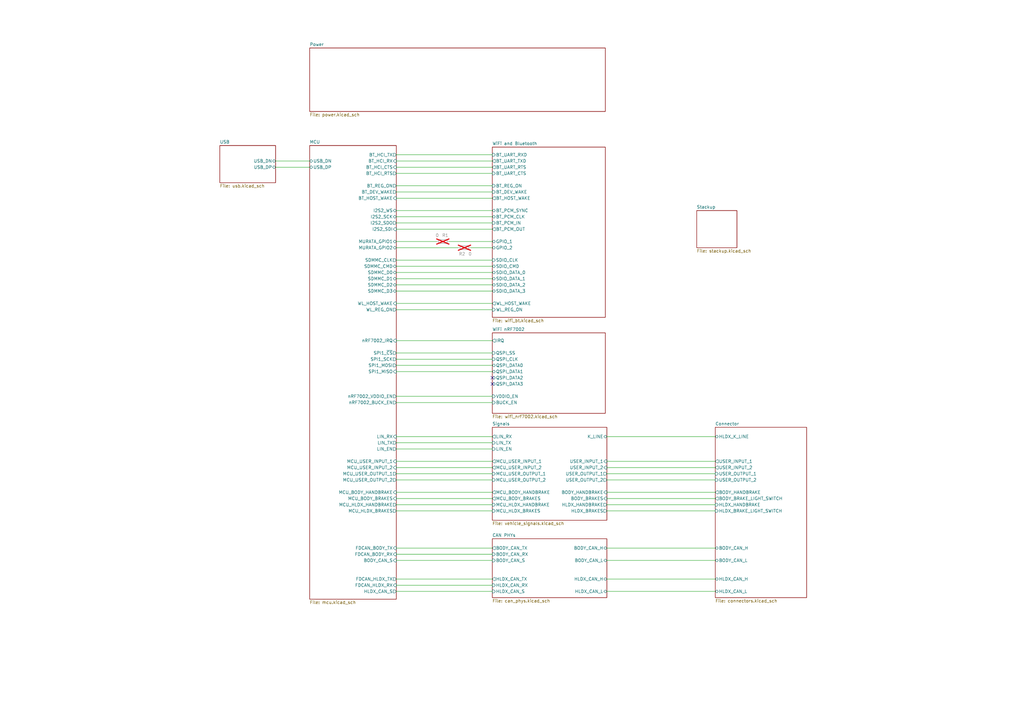
<source format=kicad_sch>
(kicad_sch (version 20231120) (generator "eeschema") (generator_version "8.0")
  (paper "A3")
  (title_block (date "2025-04-29") (rev "v0.1.0") (company "github.com/gabbla") (comment 1 "${PROJECTNAME}"))
  (lib_symbols
    (symbol "Device:R_Small" (pin_numbers hide) (pin_names (offset 0.254) hide)
      (property "Reference" "R" (at 0.762 0.508 0))
      (property "Value" "R_Small" (at 0.762 -1.016 0))
      (symbol "R_Small_0_1"
        (rectangle (start -0.762 1.778) (end 0.762 -1.778) (stroke (width 0.2032)))
      )
      (symbol "R_Small_1_1"
        (pin passive line (at 0 2.54 270) (length 0.762) (name "~") (number "1"))
        (pin passive line (at 0 -2.54 90) (length 0.762) (name "~") (number "2"))
      )
    )
  )
  (no_connect (at 201.93 154.94))
  (no_connect (at 201.93 157.48))
  (wire (pts (xy 162.56 101.6) (xy 187.96 101.6)))
  (wire (pts (xy 248.92 209.55) (xy 293.37 209.55)))
  (wire (pts (xy 248.92 201.93) (xy 293.37 201.93)))
  (wire (pts (xy 162.56 114.3) (xy 201.93 114.3)))
  (wire (pts (xy 162.56 66.04) (xy 201.93 66.04)))
  (wire (pts (xy 162.56 184.15) (xy 201.93 184.15)))
  (wire (pts (xy 162.56 139.7) (xy 201.93 139.7)))
  (wire (pts (xy 162.56 88.9) (xy 201.93 88.9)))
  (wire (pts (xy 201.93 201.93) (xy 162.56 201.93)))
  (wire (pts (xy 113.03 68.58) (xy 127 68.58)))
  (wire (pts (xy 162.56 189.23) (xy 201.93 189.23)))
  (wire (pts (xy 162.56 242.57) (xy 201.93 242.57)))
  (wire (pts (xy 162.56 71.12) (xy 201.93 71.12)))
  (wire (pts (xy 162.56 149.86) (xy 201.93 149.86)))
  (wire (pts (xy 162.56 209.55) (xy 201.93 209.55)))
  (wire (pts (xy 248.92 179.07) (xy 293.37 179.07)))
  (wire (pts (xy 162.56 81.28) (xy 201.93 81.28)))
  (wire (pts (xy 162.56 76.2) (xy 201.93 76.2)))
  (wire (pts (xy 162.56 86.36) (xy 201.93 86.36)))
  (wire (pts (xy 248.92 237.49) (xy 293.37 237.49)))
  (wire (pts (xy 162.56 229.87) (xy 201.93 229.87)))
  (wire (pts (xy 162.56 194.31) (xy 201.93 194.31)))
  (wire (pts (xy 248.92 189.23) (xy 293.37 189.23)))
  (wire (pts (xy 162.56 237.49) (xy 201.93 237.49)))
  (wire (pts (xy 248.92 191.77) (xy 293.37 191.77)))
  (wire (pts (xy 162.56 147.32) (xy 201.93 147.32)))
  (wire (pts (xy 162.56 191.77) (xy 201.93 191.77)))
  (wire (pts (xy 162.56 207.01) (xy 201.93 207.01)))
  (wire (pts (xy 162.56 99.06) (xy 179.07 99.06)))
  (wire (pts (xy 162.56 124.46) (xy 201.93 124.46)))
  (wire (pts (xy 162.56 179.07) (xy 201.93 179.07)))
  (wire (pts (xy 162.56 162.56) (xy 201.93 162.56)))
  (wire (pts (xy 162.56 204.47) (xy 201.93 204.47)))
  (wire (pts (xy 248.92 204.47) (xy 293.37 204.47)))
  (wire (pts (xy 113.03 66.04) (xy 127 66.04)))
  (wire (pts (xy 184.15 99.06) (xy 201.93 99.06)))
  (wire (pts (xy 248.92 207.01) (xy 293.37 207.01)))
  (wire (pts (xy 248.92 194.31) (xy 293.37 194.31)))
  (wire (pts (xy 162.56 165.1) (xy 201.93 165.1)))
  (wire (pts (xy 162.56 196.85) (xy 201.93 196.85)))
  (wire (pts (xy 162.56 111.76) (xy 201.93 111.76)))
  (wire (pts (xy 162.56 227.33) (xy 201.93 227.33)))
  (wire (pts (xy 162.56 127) (xy 201.93 127)))
  (wire (pts (xy 162.56 240.03) (xy 201.93 240.03)))
  (wire (pts (xy 162.56 152.4) (xy 201.93 152.4)))
  (wire (pts (xy 248.92 196.85) (xy 293.37 196.85)))
  (wire (pts (xy 162.56 224.79) (xy 201.93 224.79)))
  (wire (pts (xy 162.56 116.84) (xy 201.93 116.84)))
  (wire (pts (xy 248.92 229.87) (xy 293.37 229.87)))
  (wire (pts (xy 162.56 63.5) (xy 201.93 63.5)))
  (wire (pts (xy 162.56 91.44) (xy 201.93 91.44)))
  (wire (pts (xy 162.56 78.74) (xy 201.93 78.74)))
  (wire (pts (xy 162.56 109.22) (xy 201.93 109.22)))
  (wire (pts (xy 162.56 106.68) (xy 201.93 106.68)))
  (wire (pts (xy 248.92 224.79) (xy 293.37 224.79)))
  (wire (pts (xy 162.56 68.58) (xy 201.93 68.58)))
  (wire (pts (xy 162.56 119.38) (xy 201.93 119.38)))
  (wire (pts (xy 162.56 144.78) (xy 201.93 144.78)))
  (wire (pts (xy 193.04 101.6) (xy 201.93 101.6)))
  (wire (pts (xy 162.56 93.98) (xy 201.93 93.98)))
  (wire (pts (xy 248.92 242.57) (xy 293.37 242.57)))
  (wire (pts (xy 162.56 181.61) (xy 201.93 181.61)))
  (symbol (lib_id "Device:R_Small") (at 190.5 101.6 90) (mirror x) (unit 1) (dnp yes)
    (property "Reference" "R2" (at 189.484 104.14 90))
    (property "Value" "0" (at 192.786 104.14 90))
    (property "Footprint" "Resistor_SMD:R_0603_1608Metric_Pad0.98x0.95mm_HandSolder" (effects (hide yes)))
    (property "Description" "Resistor, small symbol" (effects (hide yes)))
  )
  (symbol (lib_id "Device:R_Small") (at 181.61 99.06 270) (mirror x) (unit 1) (dnp yes)
    (property "Reference" "R1" (at 182.626 96.52 90))
    (property "Value" "0" (at 179.324 96.52 90))
    (property "Footprint" "Resistor_SMD:R_0603_1608Metric_Pad0.98x0.95mm_HandSolder" (effects (hide yes)))
    (property "Description" "Resistor, small symbol" (effects (hide yes)))
  )
  (sheet (at 285.75 86.36) (size 16.51 15.24) (stroke (width 0.1524))
    (property "Sheetname" "Stackup" (at 285.75 85.6484 0) (effects (justify left bottom)))
    (property "Sheetfile" "stackup.kicad_sch" (at 285.75 102.1846 0) (effects (justify left top)))
  )
  (sheet (at 90.17 59.69) (size 22.86 15.24) (stroke (width 0.1524))
    (property "Sheetname" "USB" (at 90.17 58.9784 0) (effects (justify left bottom)))
    (property "Sheetfile" "usb.kicad_sch" (at 90.17 75.5146 0) (effects (justify left top)))
    (pin "USB_DN" bidirectional (at 113.03 66.04 0))
    (pin "USB_DP" bidirectional (at 113.03 68.58 0))
  )
  (sheet (at 201.93 60.325) (size 46.355 69.85) (stroke (width 0.1524))
    (property "Sheetname" "WiFi and Bluetooth" (at 201.93 59.6134 0) (effects (justify left bottom)))
    (property "Sheetfile" "wifi_bt.kicad_sch" (at 201.93 130.7596 0) (effects (justify left top)))
    (pin "GPIO_2" bidirectional (at 201.93 101.6 180))
    (pin "GPIO_1" bidirectional (at 201.93 99.06 180))
    (pin "BT_PCM_IN" input (at 201.93 91.44 180))
    (pin "BT_PCM_CLK" bidirectional (at 201.93 88.9 180))
    (pin "BT_UART_RXD" input (at 201.93 63.5 180))
    (pin "BT_UART_RTS" output (at 201.93 68.58 180))
    (pin "BT_UART_TXD" output (at 201.93 66.04 180))
    (pin "BT_PCM_SYNC" bidirectional (at 201.93 86.36 180))
    (pin "BT_PCM_OUT" output (at 201.93 93.98 180))
    (pin "BT_UART_CTS" input (at 201.93 71.12 180))
    (pin "SDIO_CLK" input (at 201.93 106.68 180))
    (pin "SDIO_CMD" bidirectional (at 201.93 109.22 180))
    (pin "SDIO_DATA_2" bidirectional (at 201.93 116.84 180))
    (pin "BT_REG_ON" input (at 201.93 76.2 180))
    (pin "WL_REG_ON" input (at 201.93 127 180))
    (pin "SDIO_DATA_1" bidirectional (at 201.93 114.3 180))
    (pin "SDIO_DATA_3" bidirectional (at 201.93 119.38 180))
    (pin "SDIO_DATA_0" bidirectional (at 201.93 111.76 180))
    (pin "WL_HOST_WAKE" output (at 201.93 124.46 180))
    (pin "BT_HOST_WAKE" output (at 201.93 81.28 180))
    (pin "BT_DEV_WAKE" input (at 201.93 78.74 180))
  )
  (sheet (at 293.37 175.26) (size 37.465 69.85) (stroke (width 0.1524))
    (property "Sheetname" "Connector" (at 293.37 174.5484 0) (effects (justify left bottom)))
    (property "Sheetfile" "connectors.kicad_sch" (at 293.37 245.6946 0) (effects (justify left top)))
    (pin "HLDX_K_LINE" bidirectional (at 293.37 179.07 180))
    (pin "HLDX_HANDBRAKE" input (at 293.37 207.01 180))
    (pin "HLDX_BRAKE_LIGHT_SWITCH" input (at 293.37 209.55 180))
    (pin "HLDX_CAN_L" bidirectional (at 293.37 242.57 180))
    (pin "HLDX_CAN_H" bidirectional (at 293.37 237.49 180))
    (pin "BODY_HANDBRAKE" output (at 293.37 201.93 180))
    (pin "BODY_CAN_H" bidirectional (at 293.37 224.79 180))
    (pin "BODY_CAN_L" bidirectional (at 293.37 229.87 180))
    (pin "BODY_BRAKE_LIGHT_SWITCH" output (at 293.37 204.47 180))
    (pin "USER_OUTPUT_2" input (at 293.37 196.85 180))
    (pin "USER_INPUT_2" output (at 293.37 191.77 180))
    (pin "USER_INPUT_1" output (at 293.37 189.23 180))
    (pin "USER_OUTPUT_1" input (at 293.37 194.31 180))
  )
  (sheet (at 127 19.685) (size 121.285 26.035) (stroke (width 0.1524))
    (property "Sheetname" "Power" (at 127 18.9734 0) (effects (justify left bottom)))
    (property "Sheetfile" "power.kicad_sch" (at 127 46.3046 0) (effects (justify left top)))
  )
  (sheet (at 201.93 220.98) (size 46.99 24.13) (stroke (width 0.1524))
    (property "Sheetname" "CAN PHYs" (at 201.93 220.2684 0) (effects (justify left bottom)))
    (property "Sheetfile" "can_phys.kicad_sch" (at 201.93 245.6946 0) (effects (justify left top)))
    (pin "BODY_CAN_TX" output (at 201.93 224.79 180))
    (pin "BODY_CAN_RX" input (at 201.93 227.33 180))
    (pin "BODY_CAN_S" input (at 201.93 229.87 180))
    (pin "HLDX_CAN_TX" output (at 201.93 237.49 180))
    (pin "HLDX_CAN_RX" input (at 201.93 240.03 180))
    (pin "HLDX_CAN_S" input (at 201.93 242.57 180))
    (pin "BODY_CAN_L" bidirectional (at 248.92 229.87 0))
    (pin "BODY_CAN_H" bidirectional (at 248.92 224.79 0))
    (pin "HLDX_CAN_L" bidirectional (at 248.92 242.57 0))
    (pin "HLDX_CAN_H" bidirectional (at 248.92 237.49 0))
  )
  (sheet (at 201.93 175.26) (size 46.99 38.1) (stroke (width 0.1524))
    (property "Sheetname" "Signals" (at 201.93 174.5484 0) (effects (justify left bottom)))
    (property "Sheetfile" "vehicle_signals.kicad_sch" (at 201.93 213.9446 0) (effects (justify left top)))
    (pin "K_LINE" bidirectional (at 248.92 179.07 0))
    (pin "LIN_TX" input (at 201.93 181.61 180))
    (pin "LIN_EN" input (at 201.93 184.15 180))
    (pin "LIN_RX" output (at 201.93 179.07 180))
    (pin "HLDX_BRAKES" output (at 248.92 209.55 0))
    (pin "HLDX_HANDBRAKE" output (at 248.92 207.01 0))
    (pin "BODY_HANDBRAKE" input (at 248.92 201.93 0))
    (pin "BODY_BRAKES" input (at 248.92 204.47 0))
    (pin "MCU_BODY_HANDBRAKE" output (at 201.93 201.93 180))
    (pin "MCU_BODY_BRAKES" output (at 201.93 204.47 180))
    (pin "MCU_HLDX_HANDBRAKE" input (at 201.93 207.01 180))
    (pin "MCU_HLDX_BRAKES" input (at 201.93 209.55 180))
    (pin "USER_INPUT_1" input (at 248.92 189.23 0))
    (pin "USER_INPUT_2" input (at 248.92 191.77 0))
    (pin "MCU_USER_INPUT_1" output (at 201.93 189.23 180))
    (pin "MCU_USER_INPUT_2" output (at 201.93 191.77 180))
    (pin "USER_OUTPUT_1" output (at 248.92 194.31 0))
    (pin "MCU_USER_OUTPUT_1" input (at 201.93 194.31 180))
    (pin "MCU_USER_OUTPUT_2" input (at 201.93 196.85 180))
    (pin "USER_OUTPUT_2" output (at 248.92 196.85 0))
  )
  (sheet (at 201.93 136.525) (size 46.355 33.02) (stroke (width 0.1524))
    (property "Sheetname" "WiFi nRF7002" (at 201.93 135.8134 0) (effects (justify left bottom)))
    (property "Sheetfile" "wifi_nrf7002.kicad_sch" (at 201.93 170.1296 0) (effects (justify left top)))
    (pin "BUCK_EN" input (at 201.93 165.1 180))
    (pin "VDDIO_EN" input (at 201.93 162.56 180))
    (pin "QSPI_CLK" input (at 201.93 147.32 180))
    (pin "QSPI_DATA0" bidirectional (at 201.93 149.86 180))
    (pin "QSPI_DATA1" bidirectional (at 201.93 152.4 180))
    (pin "QSPI_DATA2" bidirectional (at 201.93 154.94 180))
    (pin "QSPI_DATA3" bidirectional (at 201.93 157.48 180))
    (pin "QSPI_SS" input (at 201.93 144.78 180))
    (pin "IRQ" output (at 201.93 139.7 180))
  )
  (sheet (at 127 59.69) (size 35.56 186.055) (stroke (width 0.1524))
    (property "Sheetname" "MCU" (at 127 58.9784 0) (effects (justify left bottom)))
    (property "Sheetfile" "mcu.kicad_sch" (at 127 246.3296 0) (effects (justify left top)))
    (pin "I2S2_SCK" bidirectional (at 162.56 88.9 0))
    (pin "I2S2_WS" bidirectional (at 162.56 86.36 0))
    (pin "I2S2_SDO" output (at 162.56 91.44 0))
    (pin "I2S2_SDI" input (at 162.56 93.98 0))
    (pin "FDCAN_HLDX_TX" output (at 162.56 237.49 0))
    (pin "HLDX_CAN_S" output (at 162.56 242.57 0))
    (pin "USB_DN" bidirectional (at 127 66.04 180))
    (pin "USB_DP" bidirectional (at 127 68.58 180))
    (pin "nRF7002_IRQ" input (at 162.56 139.7 0))
    (pin "nRF7002_VDDIO_EN" output (at 162.56 162.56 0))
    (pin "SDMMC_D0" bidirectional (at 162.56 111.76 0))
    (pin "SDMMC_D1" bidirectional (at 162.56 114.3 0))
    (pin "SDMMC_D2" bidirectional (at 162.56 116.84 0))
    (pin "SDMMC_D3" bidirectional (at 162.56 119.38 0))
    (pin "SDMMC_CLK" output (at 162.56 106.68 0))
    (pin "BT_HCI_CTS" input (at 162.56 68.58 0))
    (pin "BT_HCI_RX" input (at 162.56 66.04 0))
    (pin "BT_HCI_RTS" output (at 162.56 71.12 0))
    (pin "BT_HCI_TX" output (at 162.56 63.5 0))
    (pin "SPI1_~{CS}" output (at 162.56 144.78 0))
    (pin "SPI1_MISO" input (at 162.56 152.4 0))
    (pin "SPI1_SCK" output (at 162.56 147.32 0))
    (pin "SPI1_MOSI" output (at 162.56 149.86 0))
    (pin "nRF7002_BUCK_EN" output (at 162.56 165.1 0))
    (pin "FDCAN_HLDX_RX" input (at 162.56 240.03 0))
    (pin "FDCAN_BODY_TX" input (at 162.56 224.79 0))
    (pin "FDCAN_BODY_RX" input (at 162.56 227.33 0))
    (pin "SDMMC_CMD" bidirectional (at 162.56 109.22 0))
    (pin "BODY_CAN_S" input (at 162.56 229.87 0))
    (pin "BT_REG_ON" output (at 162.56 76.2 0))
    (pin "BT_DEV_WAKE" output (at 162.56 78.74 0))
    (pin "BT_HOST_WAKE" input (at 162.56 81.28 0))
    (pin "MURATA_GPIO1" bidirectional (at 162.56 99.06 0))
    (pin "MURATA_GPIO2" bidirectional (at 162.56 101.6 0))
    (pin "WL_HOST_WAKE" input (at 162.56 124.46 0))
    (pin "WL_REG_ON" output (at 162.56 127 0))
    (pin "LIN_TX" output (at 162.56 181.61 0))
    (pin "LIN_RX" input (at 162.56 179.07 0))
    (pin "LIN_EN" output (at 162.56 184.15 0))
    (pin "MCU_HLDX_HANDBRAKE" output (at 162.56 207.01 0))
    (pin "MCU_HLDX_BRAKES" output (at 162.56 209.55 0))
    (pin "MCU_BODY_HANDBRAKE" input (at 162.56 201.93 0))
    (pin "MCU_BODY_BRAKES" input (at 162.56 204.47 0))
    (pin "MCU_USER_INPUT_1" input (at 162.56 189.23 0))
    (pin "MCU_USER_INPUT_2" input (at 162.56 191.77 0))
    (pin "MCU_USER_OUTPUT_1" output (at 162.56 194.31 0))
    (pin "MCU_USER_OUTPUT_2" output (at 162.56 196.85 0))
  )
)
</source>
